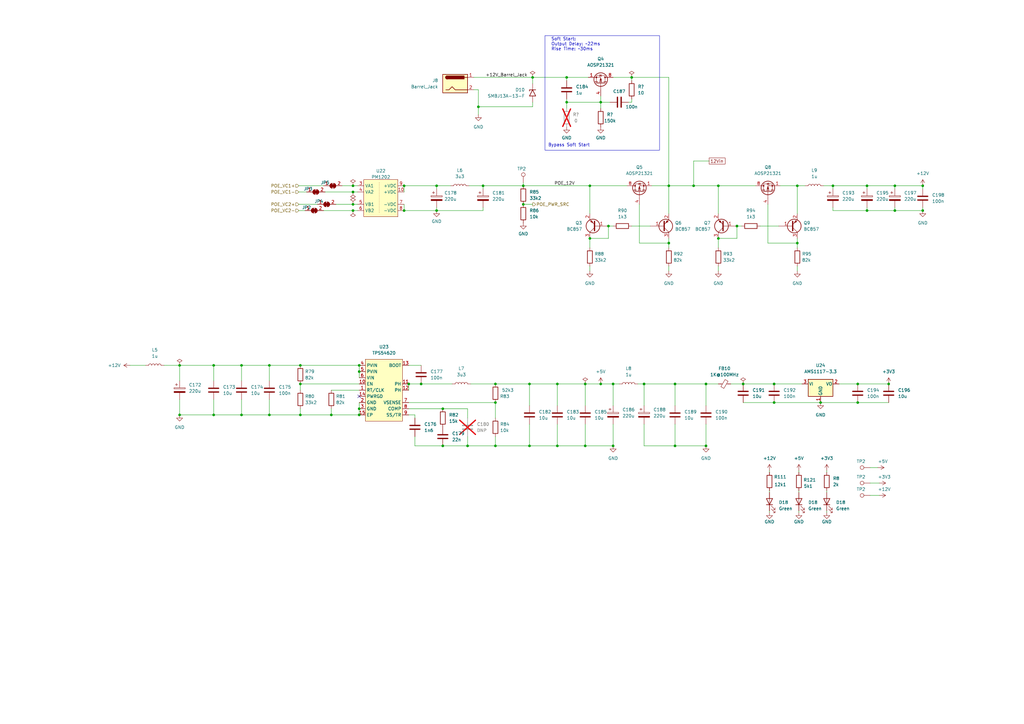
<source format=kicad_sch>
(kicad_sch (version 20230121) (generator eeschema)
  (paper "A3")
  (title_block (title "digital supply") (date "2023-11-09") (rev "r0_3") (company "M-Labs Limited") (comment 1 "Linus Woo Chun Kit"))
  (junction (at 259.08 31.75))
  (junction (at 87.63 149.86))
  (junction (at 179.07 86.36))
  (junction (at 165.735 86.36))
  (junction (at 364.49 157.48))
  (junction (at 241.935 97.79))
  (junction (at 276.86 157.48))
  (junction (at 144.78 76.2))
  (junction (at 181.61 182.88))
  (junction (at 274.32 99.695))
  (junction (at 147.32 167.64))
  (junction (at 241.935 76.2))
  (junction (at 251.46 182.88))
  (junction (at 181.61 167.64))
  (junction (at 144.78 83.82))
  (junction (at 284.48 76.2))
  (junction (at 246.38 157.48))
  (junction (at 317.5 165.1))
  (junction (at 228.6 157.48))
  (junction (at 203.2 157.48))
  (junction (at 378.46 86.36))
  (junction (at 251.46 157.48))
  (junction (at 110.49 170.18))
  (junction (at 144.78 86.36))
  (junction (at 167.64 157.48))
  (junction (at 274.32 76.2))
  (junction (at 135.89 170.18))
  (junction (at 73.66 170.18))
  (junction (at 214.63 83.82))
  (junction (at 302.26 92.71))
  (junction (at 246.38 41.91))
  (junction (at 196.215 43.815))
  (junction (at 240.03 182.88))
  (junction (at 147.32 149.86))
  (junction (at 203.2 182.88))
  (junction (at 336.55 165.1))
  (junction (at 240.03 157.48))
  (junction (at 249.555 92.71))
  (junction (at 110.49 149.86))
  (junction (at 351.79 165.1))
  (junction (at 294.64 97.79))
  (junction (at 123.19 170.18))
  (junction (at 317.5 157.48))
  (junction (at 289.56 157.48))
  (junction (at 351.79 157.48))
  (junction (at 203.2 165.1))
  (junction (at 327.025 76.2))
  (junction (at 355.6 86.36))
  (junction (at 367.03 76.2))
  (junction (at 217.17 182.88))
  (junction (at 214.63 76.2))
  (junction (at 304.8 157.48))
  (junction (at 217.17 157.48))
  (junction (at 179.07 76.2))
  (junction (at 87.63 170.18))
  (junction (at 232.41 31.75))
  (junction (at 378.46 76.2))
  (junction (at 144.78 78.74))
  (junction (at 123.19 149.86))
  (junction (at 341.63 76.2))
  (junction (at 73.66 149.86))
  (junction (at 165.735 76.2))
  (junction (at 218.44 31.75))
  (junction (at 327.025 99.695))
  (junction (at 99.06 170.18))
  (junction (at 294.64 76.2))
  (junction (at 289.56 182.88))
  (junction (at 232.41 41.91))
  (junction (at 147.32 152.4))
  (junction (at 367.03 86.36))
  (junction (at 228.6 182.88))
  (junction (at 191.77 182.88))
  (junction (at 99.06 149.86))
  (junction (at 123.19 157.48))
  (junction (at 276.86 182.88))
  (junction (at 147.32 170.18))
  (junction (at 172.72 157.48))
  (junction (at 198.12 76.2))
  (junction (at 264.16 157.48))
  (junction (at 355.6 76.2))
  (no_connect (at 147.32 162.56))
  (wire (pts (xy 337.82 76.2) (xy 341.63 76.2)))
  (wire (pts (xy 135.89 167.64) (xy 135.89 170.18)))
  (wire (pts (xy 294.64 76.2) (xy 309.88 76.2)))
  (wire (pts (xy 378.46 77.47) (xy 378.46 76.2)))
  (wire (pts (xy 87.63 149.86) (xy 99.06 149.86)))
  (wire (pts (xy 147.32 165.1) (xy 147.32 167.64)))
  (wire (pts (xy 165.735 86.36) (xy 179.07 86.36)))
  (wire (pts (xy 144.78 83.82) (xy 146.685 83.82)))
  (wire (pts (xy 140.335 76.2) (xy 144.78 76.2)))
  (wire (pts (xy 327.025 76.2) (xy 327.025 87.63)))
  (wire (pts (xy 110.49 149.86) (xy 123.19 149.86)))
  (wire (pts (xy 355.6 76.2) (xy 355.6 77.47)))
  (wire (pts (xy 99.06 163.83) (xy 99.06 170.18)))
  (wire (pts (xy 339.09 209.55) (xy 339.09 210.185)))
  (wire (pts (xy 264.16 157.48) (xy 276.86 157.48)))
  (wire (pts (xy 241.935 76.2) (xy 257.175 76.2)))
  (wire (pts (xy 165.735 83.82) (xy 165.735 86.36)))
  (wire (pts (xy 294.64 97.79) (xy 294.64 101.6)))
  (wire (pts (xy 135.89 160.02) (xy 147.32 160.02)))
  (wire (pts (xy 228.6 182.88) (xy 240.03 182.88)))
  (wire (pts (xy 327.025 99.695) (xy 327.025 101.6)))
  (wire (pts (xy 218.44 31.75) (xy 194.31 31.75)))
  (wire (pts (xy 99.06 170.18) (xy 110.49 170.18)))
  (wire (pts (xy 110.49 170.18) (xy 123.19 170.18)))
  (wire (pts (xy 232.41 41.91) (xy 232.41 44.45)))
  (wire (pts (xy 192.405 76.2) (xy 198.12 76.2)))
  (wire (pts (xy 274.32 76.2) (xy 284.48 76.2)))
  (wire (pts (xy 367.03 76.2) (xy 378.46 76.2)))
  (wire (pts (xy 304.8 165.1) (xy 317.5 165.1)))
  (wire (pts (xy 170.18 179.07) (xy 170.18 182.88)))
  (wire (pts (xy 203.2 182.88) (xy 203.2 179.07)))
  (wire (pts (xy 181.61 167.64) (xy 191.77 167.64)))
  (wire (pts (xy 217.17 157.48) (xy 217.17 166.37)))
  (wire (pts (xy 53.34 149.86) (xy 59.69 149.86)))
  (wire (pts (xy 267.335 76.2) (xy 274.32 76.2)))
  (wire (pts (xy 122.555 83.82) (xy 130.175 83.82)))
  (wire (pts (xy 246.38 41.91) (xy 250.19 41.91)))
  (wire (pts (xy 147.32 149.86) (xy 147.32 152.4)))
  (wire (pts (xy 167.64 149.86) (xy 172.72 149.86)))
  (wire (pts (xy 123.19 157.48) (xy 123.19 160.02)))
  (wire (pts (xy 123.19 167.64) (xy 123.19 170.18)))
  (wire (pts (xy 73.66 163.83) (xy 73.66 170.18)))
  (wire (pts (xy 240.03 157.48) (xy 240.03 166.37)))
  (wire (pts (xy 132.715 86.36) (xy 144.78 86.36)))
  (wire (pts (xy 251.46 182.88) (xy 251.46 173.99)))
  (wire (pts (xy 259.08 40.64) (xy 259.08 41.91)))
  (wire (pts (xy 317.5 157.48) (xy 328.93 157.48)))
  (wire (pts (xy 276.86 157.48) (xy 289.56 157.48)))
  (wire (pts (xy 99.06 149.86) (xy 110.49 149.86)))
  (wire (pts (xy 320.04 76.2) (xy 327.025 76.2)))
  (wire (pts (xy 167.64 165.1) (xy 203.2 165.1)))
  (wire (pts (xy 284.48 76.2) (xy 294.64 76.2)))
  (wire (pts (xy 289.56 173.99) (xy 289.56 182.88)))
  (wire (pts (xy 251.46 157.48) (xy 251.46 166.37)))
  (wire (pts (xy 274.32 76.2) (xy 274.32 87.63)))
  (wire (pts (xy 123.19 157.48) (xy 147.32 157.48)))
  (wire (pts (xy 196.215 36.83) (xy 194.31 36.83)))
  (wire (pts (xy 218.44 41.91) (xy 218.44 43.815)))
  (wire (pts (xy 87.63 170.18) (xy 99.06 170.18)))
  (wire (pts (xy 135.89 170.18) (xy 147.32 170.18)))
  (wire (pts (xy 351.79 157.48) (xy 364.49 157.48)))
  (wire (pts (xy 179.07 76.2) (xy 179.07 77.47)))
  (wire (pts (xy 327.025 76.2) (xy 330.2 76.2)))
  (wire (pts (xy 123.19 149.86) (xy 147.32 149.86)))
  (wire (pts (xy 276.86 166.37) (xy 276.86 157.48)))
  (wire (pts (xy 144.78 78.74) (xy 146.685 78.74)))
  (wire (pts (xy 276.86 182.88) (xy 289.56 182.88)))
  (wire (pts (xy 232.41 40.64) (xy 232.41 41.91)))
  (wire (pts (xy 73.66 156.21) (xy 73.66 149.86)))
  (wire (pts (xy 232.41 41.91) (xy 246.38 41.91)))
  (wire (pts (xy 214.63 74.93) (xy 214.63 76.2)))
  (wire (pts (xy 198.12 76.2) (xy 214.63 76.2)))
  (wire (pts (xy 294.64 109.22) (xy 294.64 111.125)))
  (wire (pts (xy 122.555 86.36) (xy 125.095 86.36)))
  (wire (pts (xy 259.08 31.75) (xy 259.08 33.02)))
  (wire (pts (xy 217.17 157.48) (xy 228.6 157.48)))
  (wire (pts (xy 232.41 31.75) (xy 232.41 33.02)))
  (wire (pts (xy 259.08 41.91) (xy 257.81 41.91)))
  (wire (pts (xy 356.87 203.2) (xy 360.68 203.2)))
  (wire (pts (xy 246.38 39.37) (xy 246.38 41.91)))
  (wire (pts (xy 378.46 85.09) (xy 378.46 86.36)))
  (wire (pts (xy 203.2 157.48) (xy 217.17 157.48)))
  (wire (pts (xy 344.17 157.48) (xy 351.79 157.48)))
  (wire (pts (xy 123.19 170.18) (xy 135.89 170.18)))
  (wire (pts (xy 339.09 193.675) (xy 339.09 193.04)))
  (wire (pts (xy 198.12 76.2) (xy 198.12 77.47)))
  (wire (pts (xy 170.18 182.88) (xy 181.61 182.88)))
  (wire (pts (xy 294.64 76.2) (xy 294.64 87.63)))
  (wire (pts (xy 284.48 66.04) (xy 284.48 76.2)))
  (wire (pts (xy 290.83 66.04) (xy 284.48 66.04)))
  (wire (pts (xy 218.44 31.75) (xy 218.44 34.29)))
  (wire (pts (xy 367.03 76.2) (xy 367.03 77.47)))
  (wire (pts (xy 191.77 182.88) (xy 203.2 182.88)))
  (wire (pts (xy 172.72 157.48) (xy 185.42 157.48)))
  (wire (pts (xy 261.62 157.48) (xy 264.16 157.48)))
  (wire (pts (xy 315.595 201.93) (xy 315.595 201.295)))
  (wire (pts (xy 251.46 31.75) (xy 259.08 31.75)))
  (wire (pts (xy 327.025 109.22) (xy 327.025 111.125)))
  (wire (pts (xy 341.63 76.2) (xy 355.6 76.2)))
  (wire (pts (xy 110.49 163.83) (xy 110.49 170.18)))
  (wire (pts (xy 314.96 99.695) (xy 327.025 99.695)))
  (wire (pts (xy 249.555 92.71) (xy 251.46 92.71)))
  (wire (pts (xy 341.63 76.2) (xy 341.63 77.47)))
  (wire (pts (xy 203.2 182.88) (xy 217.17 182.88)))
  (wire (pts (xy 254 157.48) (xy 251.46 157.48)))
  (wire (pts (xy 360.045 191.77) (xy 356.87 191.77)))
  (wire (pts (xy 196.215 43.815) (xy 218.44 43.815)))
  (wire (pts (xy 246.38 41.91) (xy 246.38 44.45)))
  (wire (pts (xy 241.935 97.79) (xy 241.935 101.6)))
  (wire (pts (xy 198.12 85.09) (xy 198.12 86.36)))
  (wire (pts (xy 355.6 76.2) (xy 367.03 76.2)))
  (wire (pts (xy 241.935 76.2) (xy 241.935 87.63)))
  (wire (pts (xy 314.96 83.82) (xy 314.96 99.695)))
  (wire (pts (xy 228.6 157.48) (xy 240.03 157.48)))
  (wire (pts (xy 264.16 182.88) (xy 264.16 173.99)))
  (wire (pts (xy 367.03 85.09) (xy 367.03 86.36)))
  (wire (pts (xy 73.66 149.86) (xy 87.63 149.86)))
  (wire (pts (xy 315.595 193.675) (xy 315.595 193.04)))
  (wire (pts (xy 262.255 83.82) (xy 262.255 99.695)))
  (wire (pts (xy 179.07 86.36) (xy 179.07 85.09)))
  (wire (pts (xy 179.07 76.2) (xy 184.785 76.2)))
  (wire (pts (xy 147.32 167.64) (xy 147.32 170.18)))
  (wire (pts (xy 299.72 157.48) (xy 304.8 157.48)))
  (wire (pts (xy 196.215 43.815) (xy 196.215 36.83)))
  (wire (pts (xy 274.32 109.22) (xy 274.32 111.125)))
  (wire (pts (xy 241.935 109.22) (xy 241.935 111.125)))
  (wire (pts (xy 144.78 76.2) (xy 146.685 76.2)))
  (wire (pts (xy 232.41 31.75) (xy 241.3 31.75)))
  (wire (pts (xy 87.63 149.86) (xy 87.63 156.21)))
  (wire (pts (xy 165.735 76.2) (xy 165.735 78.74)))
  (wire (pts (xy 317.5 165.1) (xy 336.55 165.1)))
  (wire (pts (xy 203.2 171.45) (xy 203.2 165.1)))
  (wire (pts (xy 339.09 201.295) (xy 339.09 201.93)))
  (wire (pts (xy 167.64 157.48) (xy 172.72 157.48)))
  (wire (pts (xy 122.555 76.2) (xy 132.715 76.2)))
  (wire (pts (xy 137.795 83.82) (xy 144.78 83.82)))
  (wire (pts (xy 147.32 152.4) (xy 147.32 154.94)))
  (wire (pts (xy 170.18 170.18) (xy 170.18 171.45)))
  (wire (pts (xy 193.04 157.48) (xy 203.2 157.48)))
  (wire (pts (xy 241.935 97.79) (xy 249.555 97.79)))
  (wire (pts (xy 133.35 78.74) (xy 144.78 78.74)))
  (wire (pts (xy 367.03 86.36) (xy 378.46 86.36)))
  (wire (pts (xy 198.12 86.36) (xy 179.07 86.36)))
  (wire (pts (xy 214.63 83.82) (xy 218.44 83.82)))
  (wire (pts (xy 144.78 86.36) (xy 146.685 86.36)))
  (wire (pts (xy 327.66 193.04) (xy 327.66 193.675)))
  (wire (pts (xy 228.6 157.48) (xy 228.6 166.37)))
  (wire (pts (xy 218.44 31.75) (xy 232.41 31.75)))
  (wire (pts (xy 264.16 182.88) (xy 276.86 182.88)))
  (wire (pts (xy 87.63 163.83) (xy 87.63 170.18)))
  (wire (pts (xy 191.77 182.88) (xy 191.77 179.07)))
  (wire (pts (xy 249.555 97.79) (xy 249.555 92.71)))
  (wire (pts (xy 294.64 97.79) (xy 302.26 97.79)))
  (wire (pts (xy 240.03 173.99) (xy 240.03 182.88)))
  (wire (pts (xy 217.17 173.99) (xy 217.17 182.88)))
  (wire (pts (xy 167.64 170.18) (xy 170.18 170.18)))
  (wire (pts (xy 327.025 97.79) (xy 327.025 99.695)))
  (wire (pts (xy 165.735 76.2) (xy 179.07 76.2)))
  (wire (pts (xy 315.595 210.185) (xy 315.595 209.55)))
  (wire (pts (xy 246.38 157.48) (xy 251.46 157.48)))
  (wire (pts (xy 181.61 182.88) (xy 191.77 182.88)))
  (wire (pts (xy 341.63 86.36) (xy 355.6 86.36)))
  (wire (pts (xy 327.66 210.185) (xy 327.66 209.55)))
  (wire (pts (xy 355.6 86.36) (xy 367.03 86.36)))
  (wire (pts (xy 73.66 170.18) (xy 87.63 170.18)))
  (wire (pts (xy 355.6 85.09) (xy 355.6 86.36)))
  (wire (pts (xy 276.86 173.99) (xy 276.86 182.88)))
  (wire (pts (xy 302.26 92.71) (xy 304.165 92.71)))
  (wire (pts (xy 67.31 149.86) (xy 73.66 149.86)))
  (wire (pts (xy 228.6 173.99) (xy 228.6 182.88)))
  (wire (pts (xy 110.49 149.86) (xy 110.49 156.21)))
  (wire (pts (xy 264.16 166.37) (xy 264.16 157.48)))
  (wire (pts (xy 191.77 167.64) (xy 191.77 171.45)))
  (wire (pts (xy 327.66 201.93) (xy 327.66 201.295)))
  (wire (pts (xy 360.68 198.12) (xy 356.87 198.12)))
  (wire (pts (xy 240.03 182.88) (xy 251.46 182.88)))
  (wire (pts (xy 274.32 99.695) (xy 274.32 101.6)))
  (wire (pts (xy 122.555 78.74) (xy 125.73 78.74)))
  (wire (pts (xy 262.255 99.695) (xy 274.32 99.695)))
  (wire (pts (xy 341.63 86.36) (xy 341.63 85.09)))
  (wire (pts (xy 351.79 165.1) (xy 364.49 165.1)))
  (wire (pts (xy 167.64 167.64) (xy 181.61 167.64)))
  (wire (pts (xy 304.8 157.48) (xy 317.5 157.48)))
  (wire (pts (xy 274.32 31.75) (xy 274.32 76.2)))
  (wire (pts (xy 259.08 92.71) (xy 266.7 92.71)))
  (wire (pts (xy 99.06 156.21) (xy 99.06 149.86)))
  (wire (pts (xy 311.785 92.71) (xy 319.405 92.71)))
  (wire (pts (xy 289.56 157.48) (xy 294.64 157.48)))
  (wire (pts (xy 302.26 97.79) (xy 302.26 92.71)))
  (wire (pts (xy 167.64 157.48) (xy 167.64 160.02)))
  (wire (pts (xy 259.08 31.75) (xy 274.32 31.75)))
  (wire (pts (xy 214.63 76.2) (xy 241.935 76.2)))
  (wire (pts (xy 274.32 97.79) (xy 274.32 99.695)))
  (wire (pts (xy 240.03 157.48) (xy 246.38 157.48)))
  (wire (pts (xy 217.17 182.88) (xy 228.6 182.88)))
  (wire (pts (xy 196.215 46.99) (xy 196.215 43.815)))
  (wire (pts (xy 289.56 166.37) (xy 289.56 157.48)))
  (wire (pts (xy 336.55 165.1) (xy 351.79 165.1)))
  (rectangle (start 223.52 14.605) (end 270.51 61.595))
  (text "Bypass Soft Start" (at 241.935 60.325 0) (effects (font (size 1.27 1.27)) (justify right bottom)))
  (text "Soft Start:\nOutput Delay: ~22ms\nRise Time: ~30ms\n" (at 226.06 20.955 0) (effects (font (size 1.27 1.27)) (justify left bottom)))
  (label "POE_12V" (at 227.33 76.2 0))
  (label "+12V_Barrel_Jack" (at 199.136 31.75 0))
  (global_label "12Vin" (shape passive) (at 290.83 66.04 0) (property "Intersheetrefs" "${INTERSHEET_REFS}" (effects hide)))
  (hierarchical_label "POE_PWR_SRC" (shape output) (at 218.44 83.82 0))
  (hierarchical_label "POE_VC2+" (shape input) (at 122.555 83.82 180))
  (hierarchical_label "POE_VC2-" (shape input) (at 122.555 86.36 180))
  (hierarchical_label "POE_VC1-" (shape input) (at 122.555 78.74 180))
  (hierarchical_label "POE_VC1+" (shape input) (at 122.555 76.2 180))
  (symbol (lib_id "Device:L") (at 189.23 157.48 90) (unit 1)
    (property "Reference" "L7" (at 189.23 151.13 90))
    (property "Value" "3u3" (at 189.23 153.67 90))
    (property "Footprint" "Inductor_SMD:L_Wuerth_MAPI-4020" (effects hide))
    (property "MFR_PN" "74438356033" (effects hide))
  )
  (symbol (lib_id "Device:C") (at 276.86 170.18 0) (unit 1)
    (property "Reference" "C189" (at 280.67 168.9099 0) (effects (justify left)))
    (property "Value" "10u" (at 280.67 171.4499 0) (effects (justify left)))
    (property "Footprint" "Capacitor_SMD:C_0805_2012Metric" (effects hide))
    (property "MFR_PN" "CL21B106KOQNNNG" (effects hide))
    (property "MFR_PN_ALT" "CL21B106KOQNNNE" (effects hide))
  )
  (symbol (lib_id "Device:C") (at 378.46 81.28 0) (unit 1)
    (property "Reference" "C198" (at 382.27 80.0099 0) (effects (justify left)))
    (property "Value" "100n" (at 382.27 82.5499 0) (effects (justify left)))
    (property "Footprint" "Capacitor_SMD:C_0603_1608Metric" (effects hide))
    (property "MFR_PN" "CL10B104KB8NNWC" (effects hide))
    (property "MFR_PN_ALT" "CL10B104KB8NNNL" (effects hide))
  )
  (symbol (lib_id "power:+5V") (at 327.66 193.04 0) (unit 1)
    (property "Reference" "#PWR0193" (effects hide))
    (property "Value" "+5V" (at 327.66 187.96 0))
  )
  (symbol (lib_id "Jumper:SolderJumper_2_Bridged") (at 136.525 76.2 0) (unit 1) (in_bom no)
    (property "Reference" "JP5" (at 133.35 74.93 0))
    (property "Value" "SolderJumper_2_Bridged" (effects hide))
    (property "Footprint" "Jumper:SolderJumper-2_P1.3mm_Bridged2Bar_Pad1.0x1.5mm" (effects hide))
  )
  (symbol (lib_id "Device:R") (at 294.64 105.41 0) (unit 1)
    (property "Reference" "R93" (at 296.545 104.1399 0) (effects (justify left)))
    (property "Value" "33k2" (at 296.545 106.6799 0) (effects (justify left)))
    (property "Footprint" "Resistor_SMD:R_0603_1608Metric" (effects hide))
    (property "MFR_PN" "CR0603-FX-3322ELF" (effects hide))
    (property "MFR_PN_ALT" "RC0603FR-0733K2L" (effects hide))
  )
  (symbol (lib_id "Device:C") (at 170.18 175.26 0) (unit 1)
    (property "Reference" "C176" (at 173.99 173.9899 0) (effects (justify left)))
    (property "Value" "1n6" (at 173.99 176.5299 0) (effects (justify left)))
    (property "Footprint" "Capacitor_SMD:C_0603_1608Metric" (effects hide))
    (property "MFR_PN" "GCM1885C1H162FA16D" (effects hide))
    (property "MFR_PN_ALT" "C0603C162J5GAC7867" (effects hide))
  )
  (symbol (lib_id "Device:C_Polarized") (at 264.16 170.18 0) (unit 1)
    (property "Reference" "C188" (at 267.97 168.0209 0) (effects (justify left)))
    (property "Value" "220u" (at 267.97 170.5609 0) (effects (justify left)))
    (property "Footprint" "Capacitor_Tantalum_SMD:CP_EIA-7343-15_Kemet-W" (effects hide))
    (property "MFR_PN" "T491D227K016AT" (effects hide))
    (property "MFR_PN_ALT" "293D227X9016E2TE3" (effects hide))
  )
  (symbol (lib_id "Transistor_BJT:BC857") (at 324.485 92.71 0) (mirror x) (unit 1)
    (property "Reference" "Q9" (at 329.565 91.4399 0) (effects (justify left)))
    (property "Value" "BC857" (at 329.565 93.9799 0) (effects (justify left)))
    (property "Footprint" "Package_TO_SOT_SMD:SOT-23" (effects hide))
    (property "Datasheet" "https://www.onsemi.com/pub/Collateral/BC860-D.pdf" (effects hide))
    (property "MFR_PN" "BC857B-TP" (effects hide))
    (property "MFR_PN_ALT" "BC857C-TP" (effects hide))
  )
  (symbol (lib_id "Device:C") (at 240.03 170.18 0) (unit 1)
    (property "Reference" "C185" (at 243.84 168.9099 0) (effects (justify left)))
    (property "Value" "10u" (at 243.84 171.4499 0) (effects (justify left)))
    (property "Footprint" "Capacitor_SMD:C_0805_2012Metric" (effects hide))
    (property "MFR_PN" "CL21B106KOQNNNG" (effects hide))
    (property "MFR_PN_ALT" "CL21B106KOQNNNE" (effects hide))
  )
  (symbol (lib_id "power:+12V") (at 315.595 193.04 0) (unit 1)
    (property "Reference" "#PWR0216" (effects hide))
    (property "Value" "+12V" (at 315.595 187.96 0))
  )
  (symbol (lib_id "power:GND") (at 196.215 46.99 0) (mirror y) (unit 1)
    (property "Reference" "#PWR0154" (effects hide))
    (property "Value" "GND" (at 196.215 52.07 0))
  )
  (symbol (lib_id "Device:C_Polarized") (at 341.63 81.28 0) (unit 1)
    (property "Reference" "C193" (at 345.44 79.1209 0) (effects (justify left)))
    (property "Value" "220u" (at 345.44 81.6609 0) (effects (justify left)))
    (property "Footprint" "Capacitor_Tantalum_SMD:CP_EIA-7343-15_Kemet-W" (effects hide))
    (property "MFR_PN" "T491D227K016AT" (effects hide))
    (property "MFR_PN_ALT" "293D227X9016E2TE3" (effects hide))
  )
  (symbol (lib_id "power:GND") (at 274.32 111.125 0) (unit 1)
    (property "Reference" "#PWR0161" (effects hide))
    (property "Value" "GND" (at 274.32 116.205 0))
  )
  (symbol (lib_id "Device:R") (at 181.61 171.45 0) (unit 1)
    (property "Reference" "R82" (at 184.15 170.1799 0) (effects (justify left)))
    (property "Value" "15k" (at 184.15 172.7199 0) (effects (justify left)))
    (property "Footprint" "Resistor_SMD:R_0603_1608Metric" (effects hide))
    (property "MFR_PN" "RT0603FRE0715KL" (effects hide))
  )
  (symbol (lib_id "Device:C") (at 304.8 161.29 0) (unit 1)
    (property "Reference" "C191" (at 308.61 160.0199 0) (effects (justify left)))
    (property "Value" "10u" (at 308.61 162.5599 0) (effects (justify left)))
    (property "Footprint" "Capacitor_SMD:C_0805_2012Metric" (effects hide))
    (property "MFR_PN" "CL21B106KOQNNNG" (effects hide))
    (property "MFR_PN_ALT" "CL21B106KOQNNNE" (effects hide))
  )
  (symbol (lib_id "Device:C") (at 351.79 161.29 0) (unit 1)
    (property "Reference" "C194" (at 355.6 160.0199 0) (effects (justify left)))
    (property "Value" "100n" (at 355.6 162.5599 0) (effects (justify left)))
    (property "Footprint" "Capacitor_SMD:C_0603_1608Metric" (effects hide))
    (property "MFR_PN" "CL10B104KB8NNWC" (effects hide))
    (property "MFR_PN_ALT" "CL10B104KB8NNNL" (effects hide))
  )
  (symbol (lib_id "power:+12V") (at 378.46 76.2 0) (unit 1)
    (property "Reference" "#PWR0167" (effects hide))
    (property "Value" "+12V" (at 378.46 71.12 0))
  )
  (symbol (lib_id "power:PWR_FLAG") (at 304.8 157.48 0) (unit 1)
    (property "Reference" "#FLG027" (effects hide))
    (property "Value" "PWR_FLAG" (effects hide))
  )
  (symbol (lib_id "power:GND") (at 241.935 111.125 0) (unit 1)
    (property "Reference" "#PWR0157" (effects hide))
    (property "Value" "GND" (at 241.935 116.205 0))
  )
  (symbol (lib_id "Device:L") (at 188.595 76.2 90) (unit 1)
    (property "Reference" "L6" (at 188.595 69.85 90))
    (property "Value" "3u3" (at 188.595 72.39 90))
    (property "Footprint" "Inductor_SMD:L_Wuerth_MAPI-4020" (effects hide))
    (property "MFR_PN" "74438356033" (effects hide))
  )
  (symbol (lib_id "Device:C") (at 87.63 160.02 0) (unit 1)
    (property "Reference" "C173" (at 91.44 158.7499 0) (effects (justify left)))
    (property "Value" "10u" (at 91.44 161.2899 0) (effects (justify left)))
    (property "Footprint" "Capacitor_SMD:C_0805_2012Metric" (effects hide))
    (property "MFR_PN" "CL21B106KOQNNNG" (effects hide))
    (property "MFR_PN_ALT" "CL21B106KOQNNNE" (effects hide))
  )
  (symbol (lib_id "power:PWR_FLAG") (at 144.78 86.36 180) (unit 1)
    (property "Reference" "#FLG023" (effects hide))
    (property "Value" "PWR_FLAG" (effects hide))
  )
  (symbol (lib_id "Device:R") (at 123.19 153.67 0) (unit 1)
    (property "Reference" "R79" (at 125.095 152.3999 0) (effects (justify left)))
    (property "Value" "82k" (at 125.095 154.9399 0) (effects (justify left)))
    (property "Footprint" "Resistor_SMD:R_0603_1608Metric" (effects hide))
    (property "MFR_PN" "CRGCQ0603F82K" (effects hide))
    (property "MFR_PN_ALT" "RMCF0603FT82K0" (effects hide))
  )
  (symbol (lib_id "Connector:TestPoint") (at 356.87 203.2 90) (unit 1)
    (property "Reference" "TP2" (at 354.965 200.66 90) (effects (justify left)))
    (property "Value" "TestPoint" (effects hide))
    (property "Footprint" "TestPoint:TestPoint_Pad_1.0x1.0mm" (effects hide))
    (instances (project "kirdy" (path "" (reference "TP2") (unit 1)) (path "" (reference "TP4") (unit 1)) (path "" (reference "TP14") (unit 1))))
  )
  (symbol (lib_id "Device:C_Polarized") (at 251.46 170.18 0) (unit 1)
    (property "Reference" "C186" (at 255.27 168.0209 0) (effects (justify left)))
    (property "Value" "220u" (at 255.27 170.5609 0) (effects (justify left)))
    (property "Footprint" "Capacitor_Tantalum_SMD:CP_EIA-7343-15_Kemet-W" (effects hide))
    (property "MFR_PN" "T491D227K016AT" (effects hide))
    (property "MFR_PN_ALT" "293D227X9016E2TE3" (effects hide))
  )
  (symbol (lib_id "kirdy:PM1202") (at 155.575 83.82 0) (unit 1)
    (property "Reference" "U22" (at 156.21 70.0872 0))
    (property "Value" "PM1202" (at 156.21 72.6241 0))
    (property "Footprint" "kirdy:PM1202" (effects hide))
    (property "Datasheet" "https://www.sdapo.net/product/product-12-386.html" (effects hide))
    (property "MFR_PN" "PM1202" (effects hide))
  )
  (symbol (lib_id "Device:R") (at 307.975 92.71 90) (unit 1)
    (property "Reference" "R94" (at 307.975 86.36 90))
    (property "Value" "1k3" (at 307.975 88.9 90))
    (property "Footprint" "Resistor_SMD:R_0603_1608Metric" (effects hide))
    (property "MFR_PN" "RC0603FR-071K3L" (effects hide))
    (property "MFR_PN_ALT" "CRCW06031K30FKEAC" (effects hide))
  )
  (symbol (lib_id "Device:C") (at 172.72 153.67 0) (unit 1)
    (property "Reference" "C177" (at 176.53 152.3999 0) (effects (justify left)))
    (property "Value" "100n" (at 176.53 154.9399 0) (effects (justify left)))
    (property "Footprint" "Capacitor_SMD:C_0603_1608Metric" (effects hide))
    (property "MFR_PN" "CL10B104KB8NNWC" (effects hide))
    (property "MFR_PN_ALT" "CL10B104KB8NNNL" (effects hide))
  )
  (symbol (lib_id "Device:R") (at 232.41 48.26 180) (unit 1) (dnp yes)
    (property "Reference" "R?" (at 236.22 46.99 0))
    (property "Value" "0" (at 236.22 49.53 0))
    (property "Footprint" "Resistor_SMD:R_0603_1608Metric" (effects hide))
    (property "MFR_PN" "RMCF0603ZT0R00" (effects hide))
    (property "MFR_PN_ALT" "CR0603-J/-000ELF" (effects hide))
    (instances (project "kirdy" (path "" (reference "R?") (unit 1)) (path "" (reference "R87") (unit 1))))
  )
  (symbol (lib_id "Diode:SM6T15A") (at 218.44 38.1 90) (mirror x) (unit 1)
    (property "Reference" "D10" (at 215.265 36.8299 90) (effects (justify left)))
    (property "Value" "SMBJ13A-13-F" (at 215.265 39.3699 90) (effects (justify left)))
    (property "Footprint" "Diode_SMD:D_SMB" (effects hide))
    (property "Datasheet" "https://www.st.com/resource/en/datasheet/sm6t.pdf" (effects hide))
    (property "MFR_PN" "SMBJ13A-13-F" (effects hide))
    (property "MFR_PN_ALT" "P6SMB16A" (effects hide))
  )
  (symbol (lib_id "Device:C_Polarized") (at 355.6 81.28 0) (unit 1)
    (property "Reference" "C195" (at 359.41 79.1209 0) (effects (justify left)))
    (property "Value" "220u" (at 359.41 81.6609 0) (effects (justify left)))
    (property "Footprint" "Capacitor_Tantalum_SMD:CP_EIA-7343-15_Kemet-W" (effects hide))
    (property "MFR_PN" "T491D227K016AT" (effects hide))
    (property "MFR_PN_ALT" "293D227X9016E2TE3" (effects hide))
  )
  (symbol (lib_id "power:PWR_FLAG") (at 144.78 78.74 180) (unit 1)
    (property "Reference" "#FLG021" (effects hide))
    (property "Value" "PWR_FLAG" (effects hide))
  )
  (symbol (lib_id "Device:LED") (at 315.595 205.74 90) (unit 1)
    (property "Reference" "D18" (at 319.405 206.0575 90) (effects (justify right)))
    (property "Value" "Green" (at 319.405 208.5975 90) (effects (justify right)))
    (property "Footprint" "LED_SMD:LED_0603_1608Metric" (effects hide))
    (property "MFR_PN" "150060GS75000" (effects hide))
    (instances (project "kirdy" (path "" (reference "D18") (unit 1)) (path "" (reference "D19") (unit 1))))
  )
  (symbol (lib_id "power:PWR_FLAG") (at 144.78 83.82 0) (unit 1)
    (property "Reference" "#FLG022" (effects hide))
    (property "Value" "PWR_FLAG" (effects hide))
  )
  (symbol (lib_id "Jumper:SolderJumper_2_Bridged") (at 128.905 86.36 0) (unit 1) (in_bom no)
    (property "Reference" "JP2" (at 125.73 85.09 0))
    (property "Value" "SolderJumper_2_Bridged" (effects hide))
    (property "Footprint" "Jumper:SolderJumper-2_P1.3mm_Bridged2Bar_Pad1.0x1.5mm" (effects hide))
  )
  (symbol (lib_id "Device:C") (at 228.6 170.18 0) (unit 1)
    (property "Reference" "C183" (at 232.41 168.9099 0) (effects (justify left)))
    (property "Value" "10u" (at 232.41 171.4499 0) (effects (justify left)))
    (property "Footprint" "Capacitor_SMD:C_0805_2012Metric" (effects hide))
    (property "MFR_PN" "CL21B106KOQNNNG" (effects hide))
    (property "MFR_PN_ALT" "CL21B106KOQNNNE" (effects hide))
  )
  (symbol (lib_id "Device:R") (at 203.2 161.29 180) (unit 1)
    (property "Reference" "R83" (at 207.01 162.56 0))
    (property "Value" "52k3" (at 208.28 160.02 0))
    (property "Footprint" "Resistor_SMD:R_0603_1608Metric" (effects hide))
    (property "MFR_PN" "CR0603-FX-5232ELF" (effects hide))
    (property "MFR_PN_ALT" "ERJ-3EKF5232V" (effects hide))
  )
  (symbol (lib_id "Device:C") (at 191.77 175.26 0) (unit 1) (dnp yes)
    (property "Reference" "C180" (at 195.58 173.9899 0) (effects (justify left)))
    (property "Value" "DNP" (at 195.58 176.5299 0) (effects (justify left)))
    (property "Footprint" "Capacitor_SMD:C_0603_1608Metric" (effects hide))
  )
  (symbol (lib_id "power:PWR_FLAG") (at 259.08 31.75 0) (mirror y) (unit 1)
    (property "Reference" "#FLG026" (effects hide))
    (property "Value" "PWR_FLAG" (effects hide))
  )
  (symbol (lib_id "Device:R") (at 214.63 80.01 0) (unit 1)
    (property "Reference" "R85" (at 217.17 78.7399 0) (effects (justify left)))
    (property "Value" "33k2" (at 217.17 81.2799 0) (effects (justify left)))
    (property "Footprint" "Resistor_SMD:R_0603_1608Metric" (effects hide))
    (property "MFR_PN" "CR0603-FX-3322ELF" (effects hide))
    (property "MFR_PN_ALT" "RC0603FR-0733K2L" (effects hide))
  )
  (symbol (lib_id "power:GND") (at 73.66 170.18 0) (unit 1)
    (property "Reference" "#PWR0152" (effects hide))
    (property "Value" "GND" (at 73.66 175.26 0))
  )
  (symbol (lib_id "Device:R") (at 255.27 92.71 90) (unit 1)
    (property "Reference" "R90" (at 255.27 86.36 90))
    (property "Value" "1k3" (at 255.27 88.9 90))
    (property "Footprint" "Resistor_SMD:R_0603_1608Metric" (effects hide))
    (property "MFR_PN" "RC0603FR-071K3L" (effects hide))
    (property "MFR_PN_ALT" "CRCW06031K30FKEAC" (effects hide))
  )
  (symbol (lib_id "Device:C_Polarized") (at 179.07 81.28 0) (unit 1)
    (property "Reference" "C178" (at 182.245 79.1209 0) (effects (justify left)))
    (property "Value" "220u" (at 182.245 81.6609 0) (effects (justify left)))
    (property "Footprint" "Capacitor_Tantalum_SMD:CP_EIA-7343-15_Kemet-W" (effects hide))
    (property "MFR_PN" "T491D227K016AT" (effects hide))
    (property "MFR_PN_ALT" "293D227X9016E2TE3" (effects hide))
  )
  (symbol (lib_id "Device:L") (at 257.81 157.48 90) (unit 1)
    (property "Reference" "L8" (at 257.81 151.13 90))
    (property "Value" "1u" (at 257.81 153.67 90))
    (property "Footprint" "Inductor_SMD:L_1008_2520Metric" (effects hide))
    (property "MFR_PN" "DFE252012F-1R0M=P2" (effects hide))
    (property "MFR_PN_ALT" "DFE252012P-1R0M=P2" (effects hide))
  )
  (symbol (lib_id "Device:LED") (at 327.66 205.74 90) (unit 1)
    (property "Reference" "D18" (at 331.47 206.0575 90) (effects (justify right)))
    (property "Value" "Green" (at 331.47 208.5975 90) (effects (justify right)))
    (property "Footprint" "LED_SMD:LED_0603_1608Metric" (effects hide))
    (property "MFR_PN" "150060GS75000" (effects hide))
    (instances (project "kirdy" (path "" (reference "D18") (unit 1)) (path "" (reference "D20") (unit 1))))
  )
  (symbol (lib_id "Device:R") (at 259.08 36.83 180) (unit 1)
    (property "Reference" "R?" (at 262.89 35.56 0))
    (property "Value" "10" (at 262.89 38.1 0))
    (property "Footprint" "Resistor_SMD:R_0603_1608Metric" (effects hide))
    (property "MFR_PN" "RT0603BRD0710RL" (effects hide))
    (property "MFR_PN_ALT" "WR06X10R0FTL" (effects hide))
    (instances (project "kirdy" (path "" (reference "R?") (unit 1)) (path "" (reference "R91") (unit 1))))
  )
  (symbol (lib_id "Device:C") (at 289.56 170.18 0) (unit 1)
    (property "Reference" "C190" (at 293.37 168.9099 0) (effects (justify left)))
    (property "Value" "100n" (at 293.37 171.4499 0) (effects (justify left)))
    (property "Footprint" "Capacitor_SMD:C_0603_1608Metric" (effects hide))
    (property "MFR_PN" "CL10B104KB8NNWC" (effects hide))
    (property "MFR_PN_ALT" "CL10B104KB8NNNL" (effects hide))
  )
  (symbol (lib_id "power:+5V") (at 246.38 157.48 0) (unit 1)
    (property "Reference" "#PWR0159" (effects hide))
    (property "Value" "+5V" (at 246.38 152.4 0))
  )
  (symbol (lib_id "Device:R") (at 241.935 105.41 0) (unit 1)
    (property "Reference" "R88" (at 243.84 104.1399 0) (effects (justify left)))
    (property "Value" "33k2" (at 243.84 106.6799 0) (effects (justify left)))
    (property "Footprint" "Resistor_SMD:R_0603_1608Metric" (effects hide))
    (property "MFR_PN" "CR0603-FX-3322ELF" (effects hide))
    (property "MFR_PN_ALT" "RC0603FR-0733K2L" (effects hide))
  )
  (symbol (lib_id "power:PWR_FLAG") (at 73.66 149.86 0) (unit 1)
    (property "Reference" "#FLG019" (effects hide))
    (property "Value" "PWR_FLAG" (effects hide))
  )
  (symbol (lib_id "Transistor_BJT:BC857") (at 297.18 92.71 180) (unit 1)
    (property "Reference" "Q7" (at 291.465 91.4399 0) (effects (justify left)))
    (property "Value" "BC857" (at 291.465 93.9799 0) (effects (justify left)))
    (property "Footprint" "Package_TO_SOT_SMD:SOT-23" (effects hide))
    (property "Datasheet" "https://www.onsemi.com/pub/Collateral/BC860-D.pdf" (effects hide))
    (property "MFR_PN" "BC857B-TP" (effects hide))
    (property "MFR_PN_ALT" "BC857C-TP" (effects hide))
  )
  (symbol (lib_id "power:GND") (at 327.025 111.125 0) (unit 1)
    (property "Reference" "#PWR0164" (effects hide))
    (property "Value" "GND" (at 327.025 116.205 0))
  )
  (symbol (lib_id "Device:R") (at 327.66 197.485 180) (unit 1)
    (property "Reference" "R121" (at 332.105 196.85 0))
    (property "Value" "5k1" (at 331.47 199.39 0))
    (property "Footprint" "Resistor_SMD:R_0603_1608Metric" (effects hide))
    (property "MFR_PN" "RMCF0603FT5K10" (effects hide))
    (property "MFR_PN_ALT" "CR0603-FX-5101ELF" (effects hide))
    (instances (project "kirdy" (path "" (reference "R121") (unit 1)) (path "" (reference "R126") (unit 1)) (path "" (reference "R134") (unit 1))))
  )
  (symbol (lib_id "Device:R") (at 203.2 175.26 0) (unit 1)
    (property "Reference" "R84" (at 205.105 173.9899 0) (effects (justify left)))
    (property "Value" "10k" (at 205.105 176.5299 0) (effects (justify left)))
    (property "Footprint" "Resistor_SMD:R_0603_1608Metric" (effects hide))
    (property "MFR_PN" "RNCP0603FTD10K0" (effects hide))
    (property "MFR_PN_ALT" "RMCF0603FT10K0" (effects hide))
  )
  (symbol (lib_id "Device:C_Polarized") (at 198.12 81.28 0) (unit 1)
    (property "Reference" "C181" (at 201.93 79.1209 0) (effects (justify left)))
    (property "Value" "220u" (at 201.93 81.6609 0) (effects (justify left)))
    (property "Footprint" "Capacitor_Tantalum_SMD:CP_EIA-7343-15_Kemet-W" (effects hide))
    (property "MFR_PN" "T491D227K016AT" (effects hide))
    (property "MFR_PN_ALT" "293D227X9016E2TE3" (effects hide))
  )
  (symbol (lib_id "Device:R") (at 339.09 197.485 180) (unit 1)
    (property "Reference" "R8" (at 341.63 196.215 0) (effects (justify right)))
    (property "Value" "2k" (at 341.63 198.755 0) (effects (justify right)))
    (property "Footprint" "Resistor_SMD:R_0603_1608Metric" (effects hide))
    (property "MFR_PN" "RC0603FR-072KL" (effects hide))
    (property "MFR_PN_ALT" "ERJ-3EKF2001V" (effects hide))
    (instances (project "kirdy" (path "" (reference "R8") (unit 1)) (path "" (reference "R128") (unit 1)) (path "" (reference "R135") (unit 1))))
  )
  (symbol (lib_id "Device:C") (at 181.61 179.07 0) (unit 1)
    (property "Reference" "C179" (at 185.42 177.7999 0) (effects (justify left)))
    (property "Value" "22n" (at 185.42 180.3399 0) (effects (justify left)))
    (property "Footprint" "Capacitor_SMD:C_0603_1608Metric" (effects hide))
    (property "MFR_PN" "06035C223JAT2A" (effects hide))
    (property "MFR_PN_ALT" "0603B223J250CT" (effects hide))
  )
  (symbol (lib_id "power:+3V3") (at 339.09 193.04 0) (unit 1)
    (property "Reference" "#PWR0194" (effects hide))
    (property "Value" "+3V3" (at 339.09 187.96 0))
  )
  (symbol (lib_id "Device:C") (at 254 41.91 90) (unit 1)
    (property "Reference" "C187" (at 254 37.465 90))
    (property "Value" "100n" (at 259.08 43.815 90))
    (property "Footprint" "Capacitor_SMD:C_0603_1608Metric" (effects hide))
    (property "MFR_PN" "CL10B104KB8NNWC" (effects hide))
    (property "MFR_PN_ALT" "CL10B104KB8NNNL" (effects hide))
  )
  (symbol (lib_id "Device:C_Polarized") (at 367.03 81.28 0) (unit 1)
    (property "Reference" "C197" (at 370.84 79.1209 0) (effects (justify left)))
    (property "Value" "220u" (at 370.84 81.6609 0) (effects (justify left)))
    (property "Footprint" "Capacitor_Tantalum_SMD:CP_EIA-7343-15_Kemet-W" (effects hide))
    (property "MFR_PN" "T491D227K016AT" (effects hide))
    (property "MFR_PN_ALT" "293D227X9016E2TE3" (effects hide))
  )
  (symbol (lib_id "Transistor_FET:FDS9435A") (at 246.38 34.29 270) (mirror x) (unit 1)
    (property "Reference" "Q4" (at 246.38 24.13 90))
    (property "Value" "AOSP21321" (at 246.38 26.67 90))
    (property "Footprint" "Package_SO:SOIC-8_3.9x4.9mm_P1.27mm" (effects hide))
    (property "Datasheet" "https://www.onsemi.com/pub/Collateral/FDS9435A-D.PDF" (effects hide))
    (property "MFR_PN" "AOSP21321" (effects hide))
    (property "MFR_PN_ALT" "AO4411" (effects hide))
  )
  (symbol (lib_id "power:GND") (at 179.07 86.36 0) (unit 1)
    (property "Reference" "#PWR0153" (effects hide))
    (property "Value" "GND" (at 179.07 90.8034 0))
  )
  (symbol (lib_id "power:PWR_FLAG") (at 144.78 76.2 0) (unit 1)
    (property "Reference" "#FLG020" (effects hide))
    (property "Value" "PWR_FLAG" (effects hide))
  )
  (symbol (lib_id "power:GND") (at 378.46 86.36 0) (unit 1)
    (property "Reference" "#PWR0168" (effects hide))
    (property "Value" "GND" (at 378.46 91.44 0))
  )
  (symbol (lib_id "Device:C") (at 110.49 160.02 0) (unit 1)
    (property "Reference" "C175" (at 114.3 158.7499 0) (effects (justify left)))
    (property "Value" "100n" (at 114.3 161.2899 0) (effects (justify left)))
    (property "Footprint" "Capacitor_SMD:C_0603_1608Metric" (effects hide))
    (property "MFR_PN" "CL10B104KB8NNWC" (effects hide))
    (property "MFR_PN_ALT" "CL10B104KB8NNNL" (effects hide))
  )
  (symbol (lib_id "power:GND") (at 214.63 91.44 0) (unit 1)
    (property "Reference" "#PWR0155" (effects hide))
    (property "Value" "GND" (at 214.63 95.885 0))
  )
  (symbol (lib_id "Device:L") (at 63.5 149.86 90) (unit 1)
    (property "Reference" "L5" (at 63.5 143.51 90))
    (property "Value" "1u" (at 63.5 146.05 90))
    (property "Footprint" "Inductor_SMD:L_1008_2520Metric" (effects hide))
    (property "MFR_PN" "DFE252012F-1R0M=P2" (effects hide))
    (property "MFR_PN_ALT" "DFE252012P-1R0M=P2" (effects hide))
  )
  (symbol (lib_id "Device:R") (at 135.89 163.83 0) (unit 1)
    (property "Reference" "R81" (at 137.795 162.5599 0) (effects (justify left)))
    (property "Value" "82k" (at 137.795 165.0999 0) (effects (justify left)))
    (property "Footprint" "Resistor_SMD:R_0603_1608Metric" (effects hide))
    (property "MFR_PN" "CRGCQ0603F82K" (effects hide))
    (property "MFR_PN_ALT" "RMCF0603FT82K0" (effects hide))
  )
  (symbol (lib_id "power:GND") (at 339.09 210.185 0) (unit 1)
    (property "Reference" "#PWR0196" (effects hide))
    (property "Value" "GND" (at 339.09 213.995 0))
    (instances (project "kirdy" (path "" (reference "#PWR0196") (unit 1)) (path "" (reference "#PWR0205") (unit 1))))
  )
  (symbol (lib_id "Jumper:SolderJumper_2_Bridged") (at 133.985 83.82 0) (unit 1) (in_bom no)
    (property "Reference" "JP4" (at 130.81 82.55 0))
    (property "Value" "SolderJumper_2_Bridged" (effects hide))
    (property "Footprint" "Jumper:SolderJumper-2_P1.3mm_Bridged2Bar_Pad1.0x1.5mm" (effects hide))
  )
  (symbol (lib_id "Jumper:SolderJumper_2_Bridged") (at 129.54 78.74 0) (unit 1) (in_bom no)
    (property "Reference" "JP3" (at 126.365 77.47 0))
    (property "Value" "SolderJumper_2_Bridged" (effects hide))
    (property "Footprint" "Jumper:SolderJumper-2_P1.3mm_Bridged2Bar_Pad1.0x1.5mm" (effects hide))
  )
  (symbol (lib_id "power:GND") (at 294.64 111.125 0) (unit 1)
    (property "Reference" "#PWR0163" (effects hide))
    (property "Value" "GND" (at 294.64 116.205 0))
  )
  (symbol (lib_id "Device:C") (at 217.17 170.18 0) (unit 1)
    (property "Reference" "C182" (at 220.98 168.9099 0) (effects (justify left)))
    (property "Value" "10u" (at 220.98 171.4499 0) (effects (justify left)))
    (property "Footprint" "Capacitor_SMD:C_0805_2012Metric" (effects hide))
    (property "MFR_PN" "CL21B106KOQNNNG" (effects hide))
    (property "MFR_PN_ALT" "CL21B106KOQNNNE" (effects hide))
  )
  (symbol (lib_id "Transistor_BJT:BC857") (at 244.475 92.71 180) (unit 1)
    (property "Reference" "Q3" (at 238.76 91.4399 0) (effects (justify left)))
    (property "Value" "BC857" (at 238.76 93.9799 0) (effects (justify left)))
    (property "Footprint" "Package_TO_SOT_SMD:SOT-23" (effects hide))
    (property "Datasheet" "https://www.onsemi.com/pub/Collateral/BC860-D.pdf" (effects hide))
    (property "MFR_PN" "BC857B-TP" (effects hide))
    (property "MFR_PN_ALT" "BC857C-TP" (effects hide))
  )
  (symbol (lib_id "power:GND") (at 251.46 182.88 0) (unit 1)
    (property "Reference" "#PWR0160" (effects hide))
    (property "Value" "GND" (at 251.46 187.96 0))
  )
  (symbol (lib_id "Device:R") (at 214.63 87.63 0) (unit 1)
    (property "Reference" "R86" (at 217.17 86.3599 0) (effects (justify left)))
    (property "Value" "10k" (at 217.17 88.8999 0) (effects (justify left)))
    (property "Footprint" "Resistor_SMD:R_0603_1608Metric" (effects hide))
    (property "MFR_PN" "RNCP0603FTD10K0" (effects hide))
    (property "MFR_PN_ALT" "RMCF0603FT10K0" (effects hide))
  )
  (symbol (lib_id "Connector:TestPoint") (at 214.63 74.93 0) (unit 1)
    (property "Reference" "TP2" (at 212.09 69.215 0) (effects (justify left)))
    (property "Value" "TestPoint" (effects hide))
    (property "Footprint" "TestPoint:TestPoint_Pad_1.0x1.0mm" (effects hide))
    (instances (project "kirdy" (path "" (reference "TP2") (unit 1)) (path "" (reference "TP4") (unit 1)) (path "" (reference "TP15") (unit 1))))
  )
  (symbol (lib_id "Device:R") (at 274.32 105.41 0) (unit 1)
    (property "Reference" "R92" (at 276.225 104.1399 0) (effects (justify left)))
    (property "Value" "82k" (at 276.225 106.6799 0) (effects (justify left)))
    (property "Footprint" "Resistor_SMD:R_0603_1608Metric" (effects hide))
    (property "MFR_PN" "CRGCQ0603F82K" (effects hide))
    (property "MFR_PN_ALT" "RMCF0603FT82K0" (effects hide))
  )
  (symbol (lib_id "Device:C") (at 317.5 161.29 0) (unit 1)
    (property "Reference" "C192" (at 321.31 160.0199 0) (effects (justify left)))
    (property "Value" "100n" (at 321.31 162.5599 0) (effects (justify left)))
    (property "Footprint" "Capacitor_SMD:C_0603_1608Metric" (effects hide))
    (property "MFR_PN" "CL10B104KB8NNWC" (effects hide))
    (property "MFR_PN_ALT" "CL10B104KB8NNNL" (effects hide))
  )
  (symbol (lib_id "Device:LED") (at 339.09 205.74 90) (unit 1)
    (property "Reference" "D18" (at 342.9 206.0575 90) (effects (justify right)))
    (property "Value" "Green" (at 342.9 208.5975 90) (effects (justify right)))
    (property "Footprint" "LED_SMD:LED_0603_1608Metric" (effects hide))
    (property "MFR_PN" "150060GS75000" (effects hide))
    (instances (project "kirdy" (path "" (reference "D18") (unit 1)) (path "" (reference "D21") (unit 1))))
  )
  (symbol (lib_id "power:GND") (at 327.66 210.185 0) (unit 1)
    (property "Reference" "#PWR0203" (effects hide))
    (property "Value" "GND" (at 327.66 213.995 0))
    (instances (project "kirdy" (path "" (reference "#PWR0203") (unit 1)) (path "" (reference "#PWR0204") (unit 1))))
  )
  (symbol (lib_id "power:GND") (at 246.38 52.07 0) (mirror y) (unit 1)
    (property "Reference" "#PWR0158" (effects hide))
    (property "Value" "GND" (at 246.38 56.515 0))
  )
  (symbol (lib_id "Device:C") (at 232.41 36.83 0) (unit 1)
    (property "Reference" "C184" (at 236.22 35.56 0) (effects (justify left)))
    (property "Value" "1u" (at 236.22 38.1 0) (effects (justify left)))
    (property "Footprint" "Capacitor_SMD:C_0603_1608Metric" (effects hide))
    (property "MFR_PN" "CL10B105KA8NNNC" (effects hide))
    (property "MFR_PN_ALT" "CGA3E1X7R1E105K080AC" (effects hide))
  )
  (symbol (lib_id "Device:R") (at 123.19 163.83 0) (unit 1)
    (property "Reference" "R80" (at 125.095 162.5599 0) (effects (justify left)))
    (property "Value" "33k2" (at 125.095 165.0999 0) (effects (justify left)))
    (property "Footprint" "Resistor_SMD:R_0603_1608Metric" (effects hide))
    (property "MFR_PN" "CR0603-FX-3322ELF" (effects hide))
    (property "MFR_PN_ALT" "RC0603FR-0733K2L" (effects hide))
  )
  (symbol (lib_id "power:GND") (at 336.55 165.1 0) (unit 1)
    (property "Reference" "#PWR0165" (effects hide))
    (property "Value" "GND" (at 336.55 170.18 0))
  )
  (symbol (lib_id "Device:C") (at 364.49 161.29 0) (unit 1)
    (property "Reference" "C196" (at 368.3 160.0199 0) (effects (justify left)))
    (property "Value" "10u" (at 368.3 162.5599 0) (effects (justify left)))
    (property "Footprint" "Capacitor_SMD:C_0805_2012Metric" (effects hide))
    (property "MFR_PN" "CL21B106KOQNNNG" (effects hide))
    (property "MFR_PN_ALT" "CL21B106KOQNNNE" (effects hide))
  )
  (symbol (lib_id "power:+5V") (at 360.045 191.77 270) (unit 1)
    (property "Reference" "#PWR0214" (effects hide))
    (property "Value" "+5V" (at 360.045 189.23 90) (effects (justify left)))
  )
  (symbol (lib_id "Device:R") (at 246.38 48.26 180) (unit 1)
    (property "Reference" "R?" (at 250.19 46.99 0))
    (property "Value" "150k" (at 250.19 49.53 0))
    (property "Footprint" "Resistor_SMD:R_0603_1608Metric" (effects hide))
    (property "MFR_PN" "CRGCQ0603F150K" (effects hide))
    (property "MFR_PN_ALT" "RMCF0603FG150K" (effects hide))
    (instances (project "kirdy" (path "" (reference "R?") (unit 1)) (path "" (reference "R89") (unit 1))))
  )
  (symbol (lib_id "Connector:Barrel_Jack") (at 186.69 34.29 0) (unit 1)
    (property "Reference" "J8" (at 179.705 33.0199 0) (effects (justify right)))
    (property "Value" "Barrel_Jack" (at 179.705 35.5599 0) (effects (justify right)))
    (property "Footprint" "Connector_BarrelJack:BarrelJack_CUI_PJ-063AH_Horizontal" (effects hide))
    (property "MFR_PN" "PJ-063BH" (effects hide))
  )
  (symbol (lib_id "power:GND") (at 315.595 210.185 0) (unit 1)
    (property "Reference" "#PWR0203" (effects hide))
    (property "Value" "GND" (at 315.595 213.995 0))
    (instances (project "kirdy" (path "" (reference "#PWR0203") (unit 1)) (path "" (reference "#PWR0217") (unit 1))))
  )
  (symbol (lib_id "power:+12V") (at 53.34 149.86 90) (unit 1)
    (property "Reference" "#PWR0151" (effects hide))
    (property "Value" "+12V" (at 49.53 149.8599 90) (effects (justify left)))
  )
  (symbol (lib_id "Regulator_Linear:AMS1117-3.3") (at 336.55 157.48 0) (unit 1)
    (property "Reference" "U24" (at 336.55 149.86 0))
    (property "Value" "AMS1117-3.3" (at 336.55 152.4 0))
    (property "Footprint" "Package_TO_SOT_SMD:SOT-223-3_TabPin2" (effects hide))
    (property "Datasheet" "http://www.advanced-monolithic.com/pdf/ds1117.pdf" (effects hide))
    (property "MFR_PN" "AMS1117-3.3" (effects hide))
  )
  (symbol (lib_id "Transistor_FET:FDS9435A") (at 262.255 78.74 90) (unit 1)
    (property "Reference" "Q5" (at 262.255 68.58 90))
    (property "Value" "AOSP21321" (at 262.255 71.12 90))
    (property "Footprint" "Package_SO:SOIC-8_3.9x4.9mm_P1.27mm" (effects hide))
    (property "Datasheet" "https://www.onsemi.com/pub/Collateral/FDS9435A-D.PDF" (effects hide))
    (property "MFR_PN" "AOSP21321" (effects hide))
    (property "MFR_PN_ALT" "AO4411" (effects hide))
  )
  (symbol (lib_id "Transistor_BJT:BC857") (at 271.78 92.71 0) (mirror x) (unit 1)
    (property "Reference" "Q6" (at 276.86 91.4399 0) (effects (justify left)))
    (property "Value" "BC857" (at 276.86 93.9799 0) (effects (justify left)))
    (property "Footprint" "Package_TO_SOT_SMD:SOT-23" (effects hide))
    (property "Datasheet" "https://www.onsemi.com/pub/Collateral/BC860-D.pdf" (effects hide))
    (property "MFR_PN" "BC857B-TP" (effects hide))
    (property "MFR_PN_ALT" "BC857C-TP" (effects hide))
  )
  (symbol (lib_id "power:PWR_FLAG") (at 218.44 31.75 0) (mirror y) (unit 1)
    (property "Reference" "#FLG024" (effects hide))
    (property "Value" "PWR_FLAG" (effects hide))
  )
  (symbol (lib_id "Device:FerriteBead_Small") (at 297.18 157.48 90) (unit 1)
    (property "Reference" "FB10" (at 297.1419 151.13 90))
    (property "Value" "1K@100MHz" (at 297.1419 153.67 90))
    (property "Footprint" "Inductor_SMD:L_1210_3225Metric" (effects hide))
    (property "MFR_PN" "FBMH3225HM102NT" (effects hide))
    (property "MFR_PN_ALT" "FBMH3225HM102NTV" (effects hide))
  )
  (symbol (lib_id "Device:R") (at 327.025 105.41 0) (unit 1)
    (property "Reference" "R95" (at 328.93 104.1399 0) (effects (justify left)))
    (property "Value" "82k" (at 328.93 106.6799 0) (effects (justify left)))
    (property "Footprint" "Resistor_SMD:R_0603_1608Metric" (effects hide))
    (property "MFR_PN" "CRGCQ0603F82K" (effects hide))
    (property "MFR_PN_ALT" "RMCF0603FT82K0" (effects hide))
  )
  (symbol (lib_id "power:+3V3") (at 360.68 198.12 270) (unit 1)
    (property "Reference" "#PWR0215" (effects hide))
    (property "Value" "+3V3" (at 360.045 195.58 90) (effects (justify left)))
  )
  (symbol (lib_id "Device:C") (at 99.06 160.02 0) (unit 1)
    (property "Reference" "C174" (at 102.87 158.7499 0) (effects (justify left)))
    (property "Value" "10u" (at 102.87 161.2899 0) (effects (justify left)))
    (property "Footprint" "Capacitor_SMD:C_0805_2012Metric" (effects hide))
    (property "MFR_PN" "CL21B106KOQNNNG" (effects hide))
    (property "MFR_PN_ALT" "CL21B106KOQNNNE" (effects hide))
  )
  (symbol (lib_id "Transistor_FET:FDS9435A") (at 314.96 78.74 90) (unit 1)
    (property "Reference" "Q8" (at 314.96 68.58 90))
    (property "Value" "AOSP21321" (at 314.96 71.12 90))
    (property "Footprint" "Package_SO:SOIC-8_3.9x4.9mm_P1.27mm" (effects hide))
    (property "Datasheet" "https://www.onsemi.com/pub/Collateral/FDS9435A-D.PDF" (effects hide))
    (property "MFR_PN" "AOSP21321" (effects hide))
    (property "MFR_PN_ALT" "AO4411" (effects hide))
  )
  (symbol (lib_id "power:GND") (at 232.41 52.07 0) (mirror y) (unit 1)
    (property "Reference" "#PWR0156" (effects hide))
    (property "Value" "GND" (at 232.41 56.515 0))
  )
  (symbol (lib_id "Connector:TestPoint") (at 356.87 191.77 90) (unit 1)
    (property "Reference" "TP2" (at 354.965 189.23 90) (effects (justify left)))
    (property "Value" "TestPoint" (effects hide))
    (property "Footprint" "TestPoint:TestPoint_Pad_1.0x1.0mm" (effects hide))
    (instances (project "kirdy" (path "" (reference "TP2") (unit 1)) (path "" (reference "TP4") (unit 1)) (path "" (reference "TP12") (unit 1))))
  )
  (symbol (lib_id "Connector:TestPoint") (at 356.87 198.12 90) (unit 1)
    (property "Reference" "TP2" (at 354.965 195.58 90) (effects (justify left)))
    (property "Value" "TestPoint" (effects hide))
    (property "Footprint" "TestPoint:TestPoint_Pad_1.0x1.0mm" (effects hide))
    (instances (project "kirdy" (path "" (reference "TP2") (unit 1)) (path "" (reference "TP4") (unit 1)) (path "" (reference "TP13") (unit 1))))
  )
  (symbol (lib_id "power:+3V3") (at 364.49 157.48 0) (unit 1)
    (property "Reference" "#PWR0166" (effects hide))
    (property "Value" "+3V3" (at 364.49 152.4 0))
  )
  (symbol (lib_id "kirdy:TPS54620") (at 157.48 160.02 0) (unit 1)
    (property "Reference" "U23" (at 157.48 142.24 0))
    (property "Value" "TPS54620" (at 157.48 144.78 0))
    (property "Footprint" "Package_DFN_QFN:Texas_S-PVQFN-N14" (effects hide))
    (property "MFR_PN" "TPS54620RHLR" (effects hide))
  )
  (symbol (lib_id "Device:C_Polarized") (at 73.66 160.02 0) (unit 1)
    (property "Reference" "C172" (at 77.47 157.8609 0) (effects (justify left)))
    (property "Value" "220u" (at 77.47 160.4009 0) (effects (justify left)))
    (property "Footprint" "Capacitor_Tantalum_SMD:CP_EIA-7343-15_Kemet-W" (effects hide))
    (property "MFR_PN" "T491D227K016AT" (effects hide))
    (property "MFR_PN_ALT" "293D227X9016E2TE3" (effects hide))
  )
  (symbol (lib_id "Device:L") (at 334.01 76.2 90) (unit 1)
    (property "Reference" "L9" (at 334.01 69.85 90))
    (property "Value" "1u" (at 334.01 72.39 90))
    (property "Footprint" "Inductor_SMD:L_1008_2520Metric" (effects hide))
    (property "MFR_PN" "DFE252012F-1R0M=P2" (effects hide))
    (property "MFR_PN_ALT" "DFE252012P-1R0M=P2" (effects hide))
  )
  (symbol (lib_id "power:GND") (at 289.56 182.88 0) (unit 1)
    (property "Reference" "#PWR0162" (effects hide))
    (property "Value" "GND" (at 289.56 187.96 0))
  )
  (symbol (lib_id "Device:R") (at 315.595 197.485 180) (unit 1)
    (property "Reference" "R111" (at 320.04 195.58 0))
    (property "Value" "12k1" (at 320.04 198.755 0))
    (property "Footprint" "Resistor_SMD:R_0603_1608Metric" (effects hide))
    (property "MFR_PN" "RNCP0603FTD12K1" (effects hide))
    (property "MFR_PN_ALT" "CR0603-FX-1212ELF" (effects hide))
    (instances (project "kirdy" (path "" (reference "R111") (unit 1)) (path "" (reference "R133") (unit 1)) (path "" (reference "R136") (unit 1))))
  )
  (symbol (lib_id "power:+12V") (at 360.68 203.2 270) (unit 1)
    (property "Reference" "#PWR0218" (effects hide))
    (property "Value" "+12V" (at 360.045 200.66 90) (effects (justify left)))
  )
  (symbol (lib_id "power:PWR_FLAG") (at 240.03 157.48 0) (unit 1)
    (property "Reference" "#FLG025" (effects hide))
    (property "Value" "PWR_FLAG" (effects hide))
  )
)
</source>
